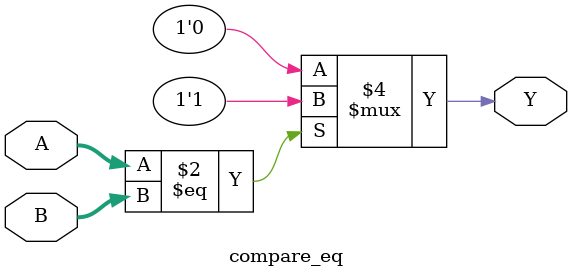
<source format=v>
module compare_eq (A, B, Y);
	input [9:0] A;
	input [9:0] B;
	output reg Y;
	
	always@(A, B) begin
		if (A==B) begin
			Y <= 1;
		end else begin
			Y <= 0;
		end
	end
	
endmodule
</source>
